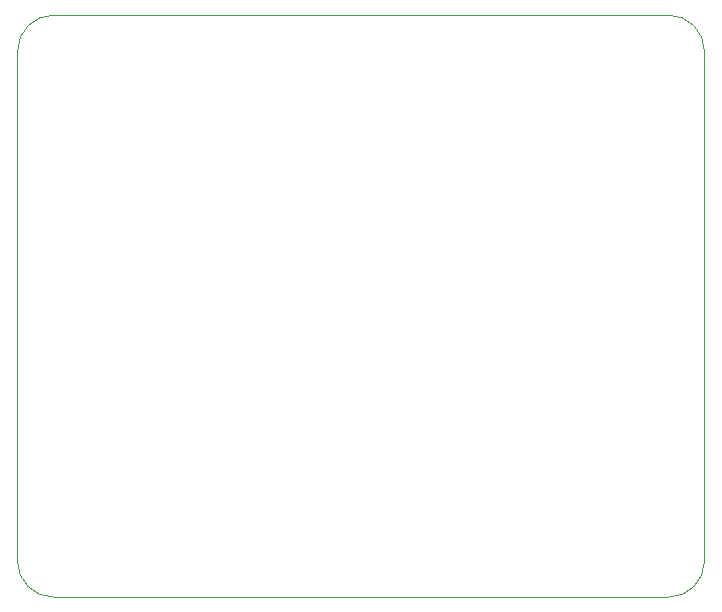
<source format=gm1>
G04 #@! TF.GenerationSoftware,KiCad,Pcbnew,(5.1.4-0-10_14)*
G04 #@! TF.CreationDate,2020-04-02T23:17:02+02:00*
G04 #@! TF.ProjectId,threeboard,74687265-6562-46f6-9172-642e6b696361,rev?*
G04 #@! TF.SameCoordinates,Original*
G04 #@! TF.FileFunction,Profile,NP*
%FSLAX46Y46*%
G04 Gerber Fmt 4.6, Leading zero omitted, Abs format (unit mm)*
G04 Created by KiCad (PCBNEW (5.1.4-0-10_14)) date 2020-04-02 23:17:02*
%MOMM*%
%LPD*%
G04 APERTURE LIST*
%ADD10C,0.050000*%
G04 APERTURE END LIST*
D10*
X102711250Y-26003250D02*
G75*
G02X105759250Y-29051250I0J-3048000D01*
G01*
X50641250Y-75279250D02*
G75*
G02X47593250Y-72231250I0J3048000D01*
G01*
X47593250Y-29051250D02*
G75*
G02X50641250Y-26003250I3048000J0D01*
G01*
X102711250Y-26003250D02*
X50641250Y-26003250D01*
X105759250Y-72231250D02*
X105759250Y-29051250D01*
X50641250Y-75279250D02*
X102711250Y-75279250D01*
X47593250Y-29051250D02*
X47593250Y-72231250D01*
X105759250Y-72231250D02*
G75*
G02X102711250Y-75279250I-3048000J0D01*
G01*
M02*

</source>
